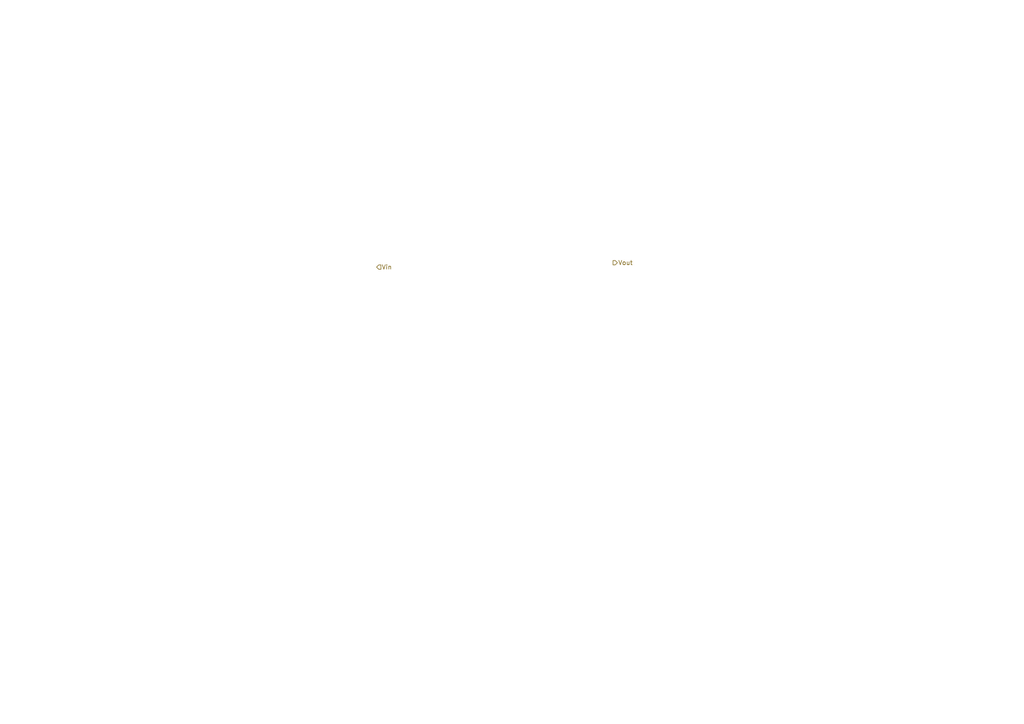
<source format=kicad_sch>
(kicad_sch
	(version 20231120)
	(generator "eeschema")
	(generator_version "8.0")
	(uuid "53168be4-ecf3-45ef-9416-775ce9a05d85")
	(paper "A4")
	(lib_symbols)
	(hierarchical_label "Vout"
		(shape output)
		(at 177.8 76.2 0)
		(fields_autoplaced yes)
		(effects
			(font
				(size 1.27 1.27)
			)
			(justify left)
		)
		(uuid "7ce2fb03-1651-4790-b632-29128908fc0a")
	)
	(hierarchical_label "Vin"
		(shape input)
		(at 109.22 77.47 0)
		(fields_autoplaced yes)
		(effects
			(font
				(size 1.27 1.27)
			)
			(justify left)
		)
		(uuid "e8d6ed41-346b-4fac-aed0-1bda04500851")
	)
)

</source>
